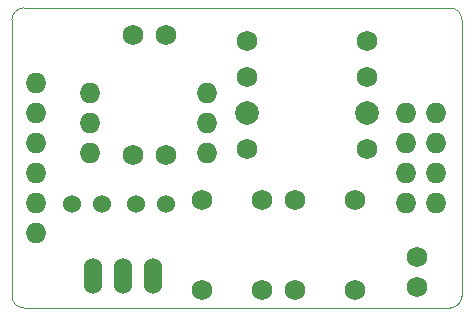
<source format=gbs>
G04 #@! TF.FileFunction,Soldermask,Bot*
%FSLAX46Y46*%
G04 Gerber Fmt 4.6, Leading zero omitted, Abs format (unit mm)*
G04 Created by KiCad (PCBNEW (2015-03-25 BZR 5536)-product) date 2015 July 22, Wednesday 22:21:14*
%MOMM*%
G01*
G04 APERTURE LIST*
%ADD10C,0.100000*%
%ADD11C,1.524000*%
%ADD12C,1.727200*%
%ADD13O,1.727200X1.727200*%
%ADD14O,1.524000X3.048000*%
%ADD15C,1.998980*%
G04 APERTURE END LIST*
D10*
X165100000Y-77216000D02*
X165100000Y-100584000D01*
X128016000Y-76200000D02*
X164084000Y-76200000D01*
X127000000Y-100584000D02*
X127000000Y-77216000D01*
X164084000Y-101600000D02*
X128016000Y-101600000D01*
X127000000Y-100584000D02*
G75*
G03X128016000Y-101600000I1016000J0D01*
G01*
X128016000Y-76200000D02*
G75*
G03X127000000Y-77216000I0J-1016000D01*
G01*
X165100000Y-77216000D02*
G75*
G03X164084000Y-76200000I-1016000J0D01*
G01*
X164084000Y-101600000D02*
G75*
G03X165100000Y-100584000I0J1016000D01*
G01*
D11*
X134620000Y-92837000D03*
X132080000Y-92837000D03*
X137541000Y-92837000D03*
X140081000Y-92837000D03*
D12*
X161290000Y-99822000D03*
X161290000Y-97282000D03*
D13*
X133604000Y-88519000D03*
X133604000Y-85979000D03*
X133604000Y-83439000D03*
X129032000Y-82550000D03*
X129032000Y-85090000D03*
X129032000Y-87630000D03*
X129032000Y-90170000D03*
X129032000Y-92710000D03*
X129032000Y-95250000D03*
X160401000Y-85090000D03*
X162941000Y-85090000D03*
X160401000Y-87630000D03*
X162941000Y-87630000D03*
X160401000Y-90170000D03*
X162941000Y-90170000D03*
X160401000Y-92710000D03*
X162941000Y-92710000D03*
X143510000Y-88519000D03*
X143510000Y-85979000D03*
X143510000Y-83439000D03*
D12*
X156083000Y-100076000D03*
X151003000Y-100076000D03*
X156083000Y-92456000D03*
X151003000Y-92456000D03*
X143129000Y-92456000D03*
X148209000Y-92456000D03*
X143129000Y-100076000D03*
X148209000Y-100076000D03*
D14*
X138938000Y-98933000D03*
X136398000Y-98933000D03*
X133858000Y-98933000D03*
D12*
X137287000Y-88646000D03*
X137287000Y-78486000D03*
X146939000Y-82042000D03*
X157099000Y-82042000D03*
X146939000Y-78994000D03*
X157099000Y-78994000D03*
X157099000Y-88138000D03*
X146939000Y-88138000D03*
X140081000Y-78486000D03*
X140081000Y-88646000D03*
D15*
X146939000Y-85090000D03*
X157099000Y-85090000D03*
M02*

</source>
